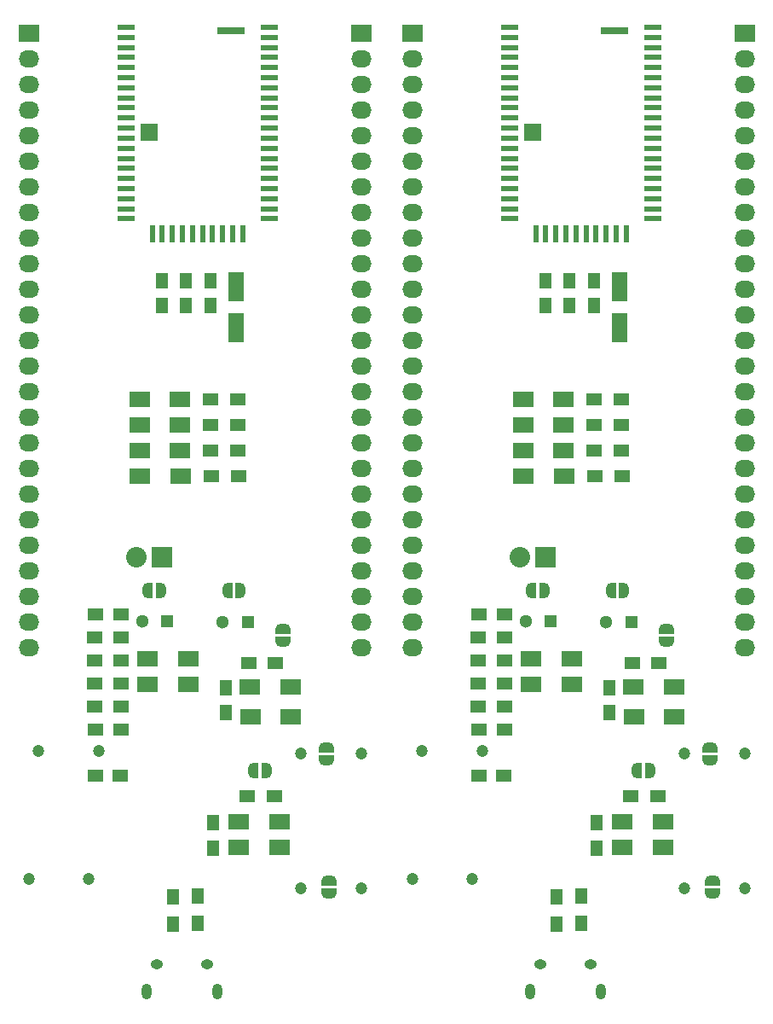
<source format=gbr>
%TF.GenerationSoftware,KiCad,Pcbnew,6.0.10-86aedd382b~118~ubuntu22.04.1*%
%TF.CreationDate,2022-12-28T16:13:35+01:00*%
%TF.ProjectId,BM83_breadboard_adapter_panel,424d3833-5f62-4726-9561-64626f617264,rev?*%
%TF.SameCoordinates,Original*%
%TF.FileFunction,Soldermask,Bot*%
%TF.FilePolarity,Negative*%
%FSLAX46Y46*%
G04 Gerber Fmt 4.6, Leading zero omitted, Abs format (unit mm)*
G04 Created by KiCad (PCBNEW 6.0.10-86aedd382b~118~ubuntu22.04.1) date 2022-12-28 16:13:35*
%MOMM*%
%LPD*%
G01*
G04 APERTURE LIST*
G04 Aperture macros list*
%AMRoundRect*
0 Rectangle with rounded corners*
0 $1 Rounding radius*
0 $2 $3 $4 $5 $6 $7 $8 $9 X,Y pos of 4 corners*
0 Add a 4 corners polygon primitive as box body*
4,1,4,$2,$3,$4,$5,$6,$7,$8,$9,$2,$3,0*
0 Add four circle primitives for the rounded corners*
1,1,$1+$1,$2,$3*
1,1,$1+$1,$4,$5*
1,1,$1+$1,$6,$7*
1,1,$1+$1,$8,$9*
0 Add four rect primitives between the rounded corners*
20,1,$1+$1,$2,$3,$4,$5,0*
20,1,$1+$1,$4,$5,$6,$7,0*
20,1,$1+$1,$6,$7,$8,$9,0*
20,1,$1+$1,$8,$9,$2,$3,0*%
G04 Aperture macros list end*
%ADD10R,1.500000X1.300000*%
%ADD11R,2.000000X1.600000*%
%ADD12R,1.250000X1.500000*%
%ADD13R,1.300000X1.500000*%
%ADD14R,1.500000X0.500000*%
%ADD15RoundRect,0.500000X0.250000X0.000000X0.250000X0.000000X-0.250000X0.000000X-0.250000X0.000000X0*%
%ADD16R,0.500000X1.500000*%
%ADD17RoundRect,0.500000X0.000000X0.250000X0.000000X0.250000X0.000000X-0.250000X0.000000X-0.250000X0*%
%ADD18RoundRect,0.500000X0.000000X-0.250000X0.000000X-0.250000X0.000000X0.250000X0.000000X0.250000X0*%
%ADD19R,1.500000X1.250000*%
%ADD20R,1.501140X2.999740*%
%ADD21C,1.200000*%
%ADD22R,2.032000X1.727200*%
%ADD23O,2.032000X1.727200*%
%ADD24R,1.700000X0.600000*%
%ADD25R,0.600000X1.700000*%
%ADD26R,1.780000X1.780000*%
%ADD27R,2.790000X0.760000*%
%ADD28R,2.032000X2.032000*%
%ADD29O,2.032000X2.032000*%
%ADD30O,1.250000X0.950000*%
%ADD31O,1.000000X1.550000*%
%ADD32R,1.300000X1.300000*%
%ADD33C,1.300000*%
G04 APERTURE END LIST*
D10*
%TO.C,R5*%
X204334800Y-150545800D03*
X201634800Y-150545800D03*
%TD*%
D11*
%TO.C,C1*%
X210171800Y-124891800D03*
X206171800Y-124891800D03*
%TD*%
D10*
%TO.C,R11*%
X215872800Y-122351800D03*
X213172800Y-122351800D03*
%TD*%
D11*
%TO.C,C11*%
X206953800Y-148132800D03*
X210953800Y-148132800D03*
%TD*%
D12*
%TO.C,C19*%
X213410800Y-166888800D03*
X213410800Y-164388800D03*
%TD*%
D13*
%TO.C,R9*%
X209473800Y-174454800D03*
X209473800Y-171754800D03*
%TD*%
D14*
%TO.C,JP1*%
X224713800Y-157949800D03*
D15*
X224713800Y-158199800D03*
D14*
X224713800Y-157149800D03*
D15*
X224713800Y-156899800D03*
%TD*%
D11*
%TO.C,C20*%
X220014800Y-166801800D03*
X216014800Y-166801800D03*
%TD*%
%TO.C,C21*%
X220014800Y-164261800D03*
X216014800Y-164261800D03*
%TD*%
D16*
%TO.C,JP5*%
X218509800Y-159181800D03*
D17*
X218759800Y-159181800D03*
D16*
X217709800Y-159181800D03*
D17*
X217459800Y-159181800D03*
%TD*%
D18*
%TO.C,JP6*%
X206959200Y-141351000D03*
D16*
X207209200Y-141351000D03*
X208009200Y-141351000D03*
D18*
X208259200Y-141351000D03*
%TD*%
D10*
%TO.C,R2*%
X215919800Y-124891800D03*
X213219800Y-124891800D03*
%TD*%
D19*
%TO.C,C6*%
X204266800Y-155117800D03*
X201766800Y-155117800D03*
%TD*%
%TO.C,C5*%
X204266800Y-143687800D03*
X201766800Y-143687800D03*
%TD*%
%TO.C,C9*%
X204226800Y-159689800D03*
X201726800Y-159689800D03*
%TD*%
D20*
%TO.C,C8*%
X215760300Y-111228820D03*
X215760300Y-115226780D03*
%TD*%
D21*
%TO.C,J2*%
X222142800Y-157530800D03*
X228142800Y-157530800D03*
%TD*%
D11*
%TO.C,C10*%
X210953800Y-150672800D03*
X206953800Y-150672800D03*
%TD*%
D22*
%TO.C,J4*%
X228142800Y-86029800D03*
D23*
X228142800Y-88569800D03*
X228142800Y-91109800D03*
X228142800Y-93649800D03*
X228142800Y-96189800D03*
X228142800Y-98729800D03*
X228142800Y-101269800D03*
X228142800Y-103809800D03*
X228142800Y-106349800D03*
X228142800Y-108889800D03*
X228142800Y-111429800D03*
X228142800Y-113969800D03*
X228142800Y-116509800D03*
X228142800Y-119049800D03*
X228142800Y-121589800D03*
X228142800Y-124129800D03*
X228142800Y-126669800D03*
X228142800Y-129209800D03*
X228142800Y-131749800D03*
X228142800Y-134289800D03*
X228142800Y-136829800D03*
X228142800Y-139369800D03*
X228142800Y-141909800D03*
X228142800Y-144449800D03*
X228142800Y-146989800D03*
%TD*%
D13*
%TO.C,R8*%
X211886800Y-174374800D03*
X211886800Y-171674800D03*
%TD*%
D10*
%TO.C,R7*%
X201634800Y-152831800D03*
X204334800Y-152831800D03*
%TD*%
D12*
%TO.C,C16*%
X214680800Y-153446800D03*
X214680800Y-150946800D03*
%TD*%
D22*
%TO.C,J5*%
X195122800Y-86029800D03*
D23*
X195122800Y-88569800D03*
X195122800Y-91109800D03*
X195122800Y-93649800D03*
X195122800Y-96189800D03*
X195122800Y-98729800D03*
X195122800Y-101269800D03*
X195122800Y-103809800D03*
X195122800Y-106349800D03*
X195122800Y-108889800D03*
X195122800Y-111429800D03*
X195122800Y-113969800D03*
X195122800Y-116509800D03*
X195122800Y-119049800D03*
X195122800Y-121589800D03*
X195122800Y-124129800D03*
X195122800Y-126669800D03*
X195122800Y-129209800D03*
X195122800Y-131749800D03*
X195122800Y-134289800D03*
X195122800Y-136829800D03*
X195122800Y-139369800D03*
X195122800Y-141909800D03*
X195122800Y-144449800D03*
X195122800Y-146989800D03*
%TD*%
D11*
%TO.C,C4*%
X221125800Y-150926800D03*
X217125800Y-150926800D03*
%TD*%
D10*
%TO.C,R12*%
X215919800Y-127431800D03*
X213219800Y-127431800D03*
%TD*%
D15*
%TO.C,JP2*%
X220421200Y-146433300D03*
D14*
X220421200Y-146183300D03*
D15*
X220421200Y-145133300D03*
D14*
X220421200Y-145383300D03*
%TD*%
D10*
%TO.C,R3*%
X215999800Y-129971800D03*
X213299800Y-129971800D03*
%TD*%
D11*
%TO.C,C17*%
X210124800Y-122351800D03*
X206124800Y-122351800D03*
%TD*%
%TO.C,C2*%
X210187800Y-129971800D03*
X206187800Y-129971800D03*
%TD*%
%TO.C,C18*%
X210171800Y-127431800D03*
X206171800Y-127431800D03*
%TD*%
D10*
%TO.C,R1*%
X204334800Y-148259800D03*
X201634800Y-148259800D03*
%TD*%
D14*
%TO.C,JP4*%
X224967800Y-171138800D03*
D15*
X224967800Y-171388800D03*
X224967800Y-170088800D03*
D14*
X224967800Y-170338800D03*
%TD*%
D16*
%TO.C,JP7*%
X215104000Y-141300200D03*
D18*
X214854000Y-141300200D03*
X216154000Y-141300200D03*
D16*
X215904000Y-141300200D03*
%TD*%
D10*
%TO.C,R6*%
X201634800Y-145973800D03*
X204334800Y-145973800D03*
%TD*%
D11*
%TO.C,C3*%
X221157800Y-153847800D03*
X217157800Y-153847800D03*
%TD*%
D12*
%TO.C,C14*%
X210743800Y-110560800D03*
X210743800Y-113060800D03*
%TD*%
%TO.C,C7*%
X213156800Y-110560800D03*
X213156800Y-113060800D03*
%TD*%
%TO.C,C13*%
X208330800Y-110560800D03*
X208330800Y-113060800D03*
%TD*%
D10*
%TO.C,R4*%
X216966800Y-148513800D03*
X219666800Y-148513800D03*
%TD*%
D24*
%TO.C,U1*%
X218993800Y-85449800D03*
X218993800Y-86449800D03*
X218993800Y-87449800D03*
X218993800Y-88449800D03*
X218993800Y-89449800D03*
X218993800Y-90449800D03*
X218993800Y-91449800D03*
X218993800Y-92449800D03*
X218993800Y-93449800D03*
X218993800Y-94449800D03*
X218993800Y-95449800D03*
X218993800Y-96449800D03*
X218993800Y-97449800D03*
X218993800Y-98449800D03*
X218993800Y-99449800D03*
X218993800Y-100449800D03*
X218993800Y-101449800D03*
X218993800Y-102449800D03*
X218993800Y-103449800D03*
X218993800Y-104449800D03*
D25*
X216393800Y-105949800D03*
X215393800Y-105949800D03*
X214393800Y-105949800D03*
X213393800Y-105949800D03*
X212393800Y-105949800D03*
X211393800Y-105949800D03*
X210393800Y-105949800D03*
X209393800Y-105949800D03*
X208393800Y-105949800D03*
X207393800Y-105949800D03*
D24*
X204793800Y-104449800D03*
X204793800Y-103449800D03*
X204793800Y-102449800D03*
X204793800Y-101449800D03*
X204793800Y-100449800D03*
X204793800Y-99449800D03*
X204793800Y-98449800D03*
X204793800Y-97449800D03*
X204793800Y-96449800D03*
X204793800Y-95449800D03*
X204793800Y-94449800D03*
X204793800Y-93449800D03*
X204793800Y-92449800D03*
X204793800Y-91449800D03*
X204793800Y-90449800D03*
X204793800Y-89449800D03*
X204793800Y-88449800D03*
X204793800Y-87449800D03*
X204793800Y-86449800D03*
X204793800Y-85449800D03*
D26*
X207123800Y-95879800D03*
D27*
X215183800Y-85769800D03*
%TD*%
D10*
%TO.C,R13*%
X216806800Y-161721800D03*
X219506800Y-161721800D03*
%TD*%
D21*
%TO.C,U2*%
X202090800Y-157276800D03*
X196090800Y-157276800D03*
%TD*%
D28*
%TO.C,JP3*%
X208330800Y-138036300D03*
D29*
X205790800Y-138036300D03*
%TD*%
D21*
%TO.C,J6*%
X222142800Y-170865800D03*
X228142800Y-170865800D03*
%TD*%
D30*
%TO.C,J3*%
X207861900Y-178447260D03*
X212861900Y-178447260D03*
D31*
X213861900Y-181147260D03*
X206861900Y-181147260D03*
%TD*%
D32*
%TO.C,C22*%
X216916000Y-144449800D03*
D33*
X214416000Y-144449800D03*
%TD*%
D32*
%TO.C,C15*%
X208889600Y-144399000D03*
D33*
X206389600Y-144399000D03*
%TD*%
D21*
%TO.C,J1*%
X201122800Y-169976800D03*
X195122800Y-169976800D03*
%TD*%
D32*
%TO.C,C15*%
X170789600Y-144399000D03*
D33*
X168289600Y-144399000D03*
%TD*%
D21*
%TO.C,U2*%
X157990800Y-157276800D03*
X163990800Y-157276800D03*
%TD*%
D28*
%TO.C,JP3*%
X170230800Y-138036300D03*
D29*
X167690800Y-138036300D03*
%TD*%
D21*
%TO.C,J6*%
X184042800Y-170865800D03*
X190042800Y-170865800D03*
%TD*%
D30*
%TO.C,J3*%
X169761900Y-178447260D03*
D31*
X168761900Y-181147260D03*
X175761900Y-181147260D03*
D30*
X174761900Y-178447260D03*
%TD*%
D32*
%TO.C,C22*%
X178816000Y-144449800D03*
D33*
X176316000Y-144449800D03*
%TD*%
D21*
%TO.C,J1*%
X163022800Y-169976800D03*
X157022800Y-169976800D03*
%TD*%
D22*
%TO.C,J5*%
X157022800Y-86029800D03*
D23*
X157022800Y-88569800D03*
X157022800Y-91109800D03*
X157022800Y-93649800D03*
X157022800Y-96189800D03*
X157022800Y-98729800D03*
X157022800Y-101269800D03*
X157022800Y-103809800D03*
X157022800Y-106349800D03*
X157022800Y-108889800D03*
X157022800Y-111429800D03*
X157022800Y-113969800D03*
X157022800Y-116509800D03*
X157022800Y-119049800D03*
X157022800Y-121589800D03*
X157022800Y-124129800D03*
X157022800Y-126669800D03*
X157022800Y-129209800D03*
X157022800Y-131749800D03*
X157022800Y-134289800D03*
X157022800Y-136829800D03*
X157022800Y-139369800D03*
X157022800Y-141909800D03*
X157022800Y-144449800D03*
X157022800Y-146989800D03*
%TD*%
D22*
%TO.C,J4*%
X190042800Y-86029800D03*
D23*
X190042800Y-88569800D03*
X190042800Y-91109800D03*
X190042800Y-93649800D03*
X190042800Y-96189800D03*
X190042800Y-98729800D03*
X190042800Y-101269800D03*
X190042800Y-103809800D03*
X190042800Y-106349800D03*
X190042800Y-108889800D03*
X190042800Y-111429800D03*
X190042800Y-113969800D03*
X190042800Y-116509800D03*
X190042800Y-119049800D03*
X190042800Y-121589800D03*
X190042800Y-124129800D03*
X190042800Y-126669800D03*
X190042800Y-129209800D03*
X190042800Y-131749800D03*
X190042800Y-134289800D03*
X190042800Y-136829800D03*
X190042800Y-139369800D03*
X190042800Y-141909800D03*
X190042800Y-144449800D03*
X190042800Y-146989800D03*
%TD*%
D21*
%TO.C,J2*%
X184042800Y-157530800D03*
X190042800Y-157530800D03*
%TD*%
D18*
%TO.C,JP7*%
X176754000Y-141300200D03*
D16*
X177004000Y-141300200D03*
X177804000Y-141300200D03*
D18*
X178054000Y-141300200D03*
%TD*%
D12*
%TO.C,C16*%
X176580800Y-153446800D03*
X176580800Y-150946800D03*
%TD*%
D11*
%TO.C,C3*%
X183057800Y-153847800D03*
X179057800Y-153847800D03*
%TD*%
D12*
%TO.C,C14*%
X172643800Y-110560800D03*
X172643800Y-113060800D03*
%TD*%
D10*
%TO.C,R6*%
X163534800Y-145973800D03*
X166234800Y-145973800D03*
%TD*%
%TO.C,R7*%
X163534800Y-152831800D03*
X166234800Y-152831800D03*
%TD*%
%TO.C,R12*%
X177819800Y-127431800D03*
X175119800Y-127431800D03*
%TD*%
D11*
%TO.C,C4*%
X183025800Y-150926800D03*
X179025800Y-150926800D03*
%TD*%
D10*
%TO.C,R5*%
X166234800Y-150545800D03*
X163534800Y-150545800D03*
%TD*%
D11*
%TO.C,C18*%
X172071800Y-127431800D03*
X168071800Y-127431800D03*
%TD*%
%TO.C,C2*%
X172087800Y-129971800D03*
X168087800Y-129971800D03*
%TD*%
D10*
%TO.C,R3*%
X177899800Y-129971800D03*
X175199800Y-129971800D03*
%TD*%
D11*
%TO.C,C1*%
X172071800Y-124891800D03*
X168071800Y-124891800D03*
%TD*%
D12*
%TO.C,C7*%
X175056800Y-110560800D03*
X175056800Y-113060800D03*
%TD*%
D13*
%TO.C,R8*%
X173786800Y-174374800D03*
X173786800Y-171674800D03*
%TD*%
D20*
%TO.C,C8*%
X177660300Y-111228820D03*
X177660300Y-115226780D03*
%TD*%
D11*
%TO.C,C17*%
X172024800Y-122351800D03*
X168024800Y-122351800D03*
%TD*%
D19*
%TO.C,C9*%
X166126800Y-159689800D03*
X163626800Y-159689800D03*
%TD*%
D14*
%TO.C,JP1*%
X186613800Y-157949800D03*
D15*
X186613800Y-158199800D03*
D14*
X186613800Y-157149800D03*
D15*
X186613800Y-156899800D03*
%TD*%
D18*
%TO.C,JP6*%
X168859200Y-141351000D03*
D16*
X169109200Y-141351000D03*
D18*
X170159200Y-141351000D03*
D16*
X169909200Y-141351000D03*
%TD*%
D10*
%TO.C,R13*%
X178706800Y-161721800D03*
X181406800Y-161721800D03*
%TD*%
D12*
%TO.C,C13*%
X170230800Y-110560800D03*
X170230800Y-113060800D03*
%TD*%
D17*
%TO.C,JP5*%
X180659800Y-159181800D03*
D16*
X180409800Y-159181800D03*
X179609800Y-159181800D03*
D17*
X179359800Y-159181800D03*
%TD*%
D11*
%TO.C,C20*%
X181914800Y-166801800D03*
X177914800Y-166801800D03*
%TD*%
D13*
%TO.C,R9*%
X171373800Y-174454800D03*
X171373800Y-171754800D03*
%TD*%
D19*
%TO.C,C6*%
X166166800Y-155117800D03*
X163666800Y-155117800D03*
%TD*%
D14*
%TO.C,JP4*%
X186867800Y-171138800D03*
D15*
X186867800Y-171388800D03*
D14*
X186867800Y-170338800D03*
D15*
X186867800Y-170088800D03*
%TD*%
D11*
%TO.C,C21*%
X181914800Y-164261800D03*
X177914800Y-164261800D03*
%TD*%
D10*
%TO.C,R1*%
X166234800Y-148259800D03*
X163534800Y-148259800D03*
%TD*%
D11*
%TO.C,C11*%
X168853800Y-148132800D03*
X172853800Y-148132800D03*
%TD*%
D10*
%TO.C,R2*%
X177819800Y-124891800D03*
X175119800Y-124891800D03*
%TD*%
D19*
%TO.C,C5*%
X166166800Y-143687800D03*
X163666800Y-143687800D03*
%TD*%
D12*
%TO.C,C19*%
X175310800Y-166888800D03*
X175310800Y-164388800D03*
%TD*%
D15*
%TO.C,JP2*%
X182321200Y-146433300D03*
D14*
X182321200Y-146183300D03*
D15*
X182321200Y-145133300D03*
D14*
X182321200Y-145383300D03*
%TD*%
D11*
%TO.C,C10*%
X172853800Y-150672800D03*
X168853800Y-150672800D03*
%TD*%
D24*
%TO.C,U1*%
X180893800Y-85449800D03*
X180893800Y-86449800D03*
X180893800Y-87449800D03*
X180893800Y-88449800D03*
X180893800Y-89449800D03*
X180893800Y-90449800D03*
X180893800Y-91449800D03*
X180893800Y-92449800D03*
X180893800Y-93449800D03*
X180893800Y-94449800D03*
X180893800Y-95449800D03*
X180893800Y-96449800D03*
X180893800Y-97449800D03*
X180893800Y-98449800D03*
X180893800Y-99449800D03*
X180893800Y-100449800D03*
X180893800Y-101449800D03*
X180893800Y-102449800D03*
X180893800Y-103449800D03*
X180893800Y-104449800D03*
D25*
X178293800Y-105949800D03*
X177293800Y-105949800D03*
X176293800Y-105949800D03*
X175293800Y-105949800D03*
X174293800Y-105949800D03*
X173293800Y-105949800D03*
X172293800Y-105949800D03*
X171293800Y-105949800D03*
X170293800Y-105949800D03*
X169293800Y-105949800D03*
D24*
X166693800Y-104449800D03*
X166693800Y-103449800D03*
X166693800Y-102449800D03*
X166693800Y-101449800D03*
X166693800Y-100449800D03*
X166693800Y-99449800D03*
X166693800Y-98449800D03*
X166693800Y-97449800D03*
X166693800Y-96449800D03*
X166693800Y-95449800D03*
X166693800Y-94449800D03*
X166693800Y-93449800D03*
X166693800Y-92449800D03*
X166693800Y-91449800D03*
X166693800Y-90449800D03*
X166693800Y-89449800D03*
X166693800Y-88449800D03*
X166693800Y-87449800D03*
X166693800Y-86449800D03*
X166693800Y-85449800D03*
D26*
X169023800Y-95879800D03*
D27*
X177083800Y-85769800D03*
%TD*%
D10*
%TO.C,R11*%
X177772800Y-122351800D03*
X175072800Y-122351800D03*
%TD*%
%TO.C,R4*%
X178866800Y-148513800D03*
X181566800Y-148513800D03*
%TD*%
M02*

</source>
